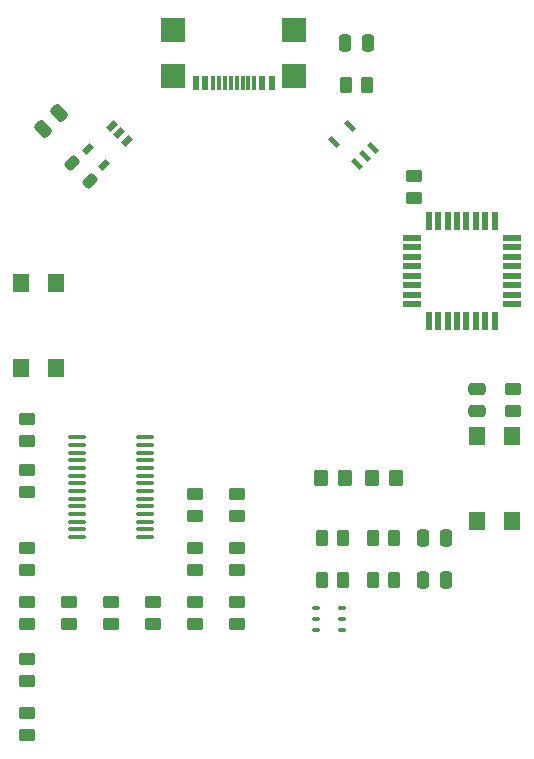
<source format=gtp>
%TF.GenerationSoftware,KiCad,Pcbnew,(6.0.2)*%
%TF.CreationDate,2022-04-01T16:02:14+02:00*%
%TF.ProjectId,rotarykeyboard,726f7461-7279-46b6-9579-626f6172642e,rev?*%
%TF.SameCoordinates,Original*%
%TF.FileFunction,Paste,Top*%
%TF.FilePolarity,Positive*%
%FSLAX46Y46*%
G04 Gerber Fmt 4.6, Leading zero omitted, Abs format (unit mm)*
G04 Created by KiCad (PCBNEW (6.0.2)) date 2022-04-01 16:02:14*
%MOMM*%
%LPD*%
G01*
G04 APERTURE LIST*
G04 Aperture macros list*
%AMRoundRect*
0 Rectangle with rounded corners*
0 $1 Rounding radius*
0 $2 $3 $4 $5 $6 $7 $8 $9 X,Y pos of 4 corners*
0 Add a 4 corners polygon primitive as box body*
4,1,4,$2,$3,$4,$5,$6,$7,$8,$9,$2,$3,0*
0 Add four circle primitives for the rounded corners*
1,1,$1+$1,$2,$3*
1,1,$1+$1,$4,$5*
1,1,$1+$1,$6,$7*
1,1,$1+$1,$8,$9*
0 Add four rect primitives between the rounded corners*
20,1,$1+$1,$2,$3,$4,$5,0*
20,1,$1+$1,$4,$5,$6,$7,0*
20,1,$1+$1,$6,$7,$8,$9,0*
20,1,$1+$1,$8,$9,$2,$3,0*%
%AMRotRect*
0 Rectangle, with rotation*
0 The origin of the aperture is its center*
0 $1 length*
0 $2 width*
0 $3 Rotation angle, in degrees counterclockwise*
0 Add horizontal line*
21,1,$1,$2,0,0,$3*%
G04 Aperture macros list end*
%ADD10RoundRect,0.250000X-0.450000X0.262500X-0.450000X-0.262500X0.450000X-0.262500X0.450000X0.262500X0*%
%ADD11RoundRect,0.250000X-0.475000X0.250000X-0.475000X-0.250000X0.475000X-0.250000X0.475000X0.250000X0*%
%ADD12RoundRect,0.250000X-0.250000X-0.475000X0.250000X-0.475000X0.250000X0.475000X-0.250000X0.475000X0*%
%ADD13R,0.609600X1.143000*%
%ADD14R,0.304800X1.143000*%
%ADD15R,2.159000X2.006600*%
%ADD16RoundRect,0.218750X0.424264X0.114905X0.114905X0.424264X-0.424264X-0.114905X-0.114905X-0.424264X0*%
%ADD17RoundRect,0.250000X0.159099X-0.512652X0.512652X-0.159099X-0.159099X0.512652X-0.512652X0.159099X0*%
%ADD18RoundRect,0.250000X-0.262500X-0.450000X0.262500X-0.450000X0.262500X0.450000X-0.262500X0.450000X0*%
%ADD19RoundRect,0.250000X0.350000X0.450000X-0.350000X0.450000X-0.350000X-0.450000X0.350000X-0.450000X0*%
%ADD20RotRect,0.914400X0.508000X225.000000*%
%ADD21R,1.400000X1.600000*%
%ADD22RoundRect,0.100000X-0.200000X0.100000X-0.200000X-0.100000X0.200000X-0.100000X0.200000X0.100000X0*%
%ADD23RoundRect,0.100000X-0.637500X-0.100000X0.637500X-0.100000X0.637500X0.100000X-0.637500X0.100000X0*%
%ADD24RotRect,1.003300X0.406400X315.000000*%
%ADD25R,0.550000X1.600000*%
%ADD26R,1.600000X0.550000*%
G04 APERTURE END LIST*
D10*
%TO.C,R205*%
X63754000Y-73509500D03*
X63754000Y-75334500D03*
%TD*%
D11*
%TO.C,C108*%
X101854000Y-70932000D03*
X101854000Y-72832000D03*
%TD*%
D10*
%TO.C,R214*%
X81542391Y-89003500D03*
X81542391Y-90828500D03*
%TD*%
D12*
%TO.C,C107*%
X97348000Y-87122000D03*
X99248000Y-87122000D03*
%TD*%
D13*
%TO.C,J301*%
X84480001Y-45018800D03*
X83680000Y-45018800D03*
D14*
X82530000Y-45018800D03*
X81530000Y-45018800D03*
X81030000Y-45018800D03*
X80030000Y-45018800D03*
D13*
X78880000Y-45018800D03*
X78080001Y-45018800D03*
D14*
X79530001Y-45018800D03*
X80529999Y-45018800D03*
X82030001Y-45018800D03*
X83029999Y-45018800D03*
D15*
X76170000Y-40513800D03*
X86390000Y-44443800D03*
X76170000Y-44443800D03*
X86390000Y-40513800D03*
%TD*%
D16*
%TO.C,L301*%
X69077301Y-53329301D03*
X67574699Y-51826699D03*
%TD*%
D17*
%TO.C,C303*%
X65114249Y-48931751D03*
X66457751Y-47588249D03*
%TD*%
D10*
%TO.C,R209*%
X67310000Y-89003500D03*
X67310000Y-90828500D03*
%TD*%
%TO.C,R105*%
X104902000Y-70969500D03*
X104902000Y-72794500D03*
%TD*%
%TO.C,R208*%
X63754000Y-84431500D03*
X63754000Y-86256500D03*
%TD*%
D18*
%TO.C,R101*%
X88749500Y-83566000D03*
X90574500Y-83566000D03*
%TD*%
D10*
%TO.C,R217*%
X70866000Y-89003500D03*
X70866000Y-90828500D03*
%TD*%
%TO.C,R207*%
X63754000Y-89003500D03*
X63754000Y-90828500D03*
%TD*%
D19*
%TO.C,R202*%
X94980000Y-78486000D03*
X92980000Y-78486000D03*
%TD*%
D10*
%TO.C,R212*%
X81542391Y-84431500D03*
X81542391Y-86256500D03*
%TD*%
%TO.C,R213*%
X77986391Y-84431500D03*
X77986391Y-86256500D03*
%TD*%
D19*
%TO.C,R201*%
X90662000Y-78486000D03*
X88662000Y-78486000D03*
%TD*%
D18*
%TO.C,R301*%
X90781500Y-45212000D03*
X92606500Y-45212000D03*
%TD*%
%TO.C,R103*%
X93067500Y-83566000D03*
X94892500Y-83566000D03*
%TD*%
D20*
%TO.C,U302*%
X72264367Y-49968711D03*
X71599828Y-49304172D03*
X70935289Y-48639633D03*
X68950653Y-50606309D03*
X70297691Y-51953347D03*
%TD*%
D21*
%TO.C,SW102*%
X66270000Y-69132000D03*
X66270000Y-61932000D03*
X63270000Y-69132000D03*
X63270000Y-61932000D03*
%TD*%
D22*
%TO.C,U201*%
X88224000Y-89474000D03*
X88224000Y-90424000D03*
X88224000Y-91374000D03*
X90424000Y-91374000D03*
X90424000Y-90424000D03*
X90424000Y-89474000D03*
%TD*%
D12*
%TO.C,C301*%
X90744000Y-41656000D03*
X92644000Y-41656000D03*
%TD*%
D10*
%TO.C,R215*%
X77986391Y-89003500D03*
X77986391Y-90828500D03*
%TD*%
%TO.C,R210*%
X81542391Y-79859500D03*
X81542391Y-81684500D03*
%TD*%
D23*
%TO.C,U203*%
X68011891Y-75023000D03*
X68011891Y-75673000D03*
X68011891Y-76323000D03*
X68011891Y-76973000D03*
X68011891Y-77623000D03*
X68011891Y-78273000D03*
X68011891Y-78923000D03*
X68011891Y-79573000D03*
X68011891Y-80223000D03*
X68011891Y-80873000D03*
X68011891Y-81523000D03*
X68011891Y-82173000D03*
X68011891Y-82823000D03*
X68011891Y-83473000D03*
X73736891Y-83473000D03*
X73736891Y-82823000D03*
X73736891Y-82173000D03*
X73736891Y-81523000D03*
X73736891Y-80873000D03*
X73736891Y-80223000D03*
X73736891Y-79573000D03*
X73736891Y-78923000D03*
X73736891Y-78273000D03*
X73736891Y-77623000D03*
X73736891Y-76973000D03*
X73736891Y-76323000D03*
X73736891Y-75673000D03*
X73736891Y-75023000D03*
%TD*%
D10*
%TO.C,R216*%
X74430391Y-89003500D03*
X74430391Y-90828500D03*
%TD*%
D18*
%TO.C,R104*%
X93067500Y-87122000D03*
X94892500Y-87122000D03*
%TD*%
D10*
%TO.C,R106*%
X96520000Y-52935500D03*
X96520000Y-54760500D03*
%TD*%
D12*
%TO.C,C106*%
X97348000Y-83566000D03*
X99248000Y-83566000D03*
%TD*%
D10*
%TO.C,R204*%
X63754000Y-93829500D03*
X63754000Y-95654500D03*
%TD*%
D21*
%TO.C,SW103*%
X104878000Y-82086000D03*
X104878000Y-74886000D03*
X101878000Y-82086000D03*
X101878000Y-74886000D03*
%TD*%
D18*
%TO.C,R102*%
X88749500Y-87122000D03*
X90574500Y-87122000D03*
%TD*%
D10*
%TO.C,R211*%
X77986391Y-79859500D03*
X77986391Y-81684500D03*
%TD*%
%TO.C,R203*%
X63754000Y-98401500D03*
X63754000Y-100226500D03*
%TD*%
D24*
%TO.C,U301*%
X91155326Y-48663880D03*
X89811880Y-50007326D03*
X91724674Y-51920120D03*
X92396397Y-51248397D03*
X93068120Y-50576674D03*
%TD*%
D10*
%TO.C,R206*%
X63754000Y-77827500D03*
X63754000Y-79652500D03*
%TD*%
D25*
%TO.C,U101*%
X103384000Y-56710000D03*
X102584000Y-56710000D03*
X101784000Y-56710000D03*
X100984000Y-56710000D03*
X100184000Y-56710000D03*
X99384000Y-56710000D03*
X98584000Y-56710000D03*
X97784000Y-56710000D03*
D26*
X96334000Y-58160000D03*
X96334000Y-58960000D03*
X96334000Y-59760000D03*
X96334000Y-60560000D03*
X96334000Y-61360000D03*
X96334000Y-62160000D03*
X96334000Y-62960000D03*
X96334000Y-63760000D03*
D25*
X97784000Y-65210000D03*
X98584000Y-65210000D03*
X99384000Y-65210000D03*
X100184000Y-65210000D03*
X100984000Y-65210000D03*
X101784000Y-65210000D03*
X102584000Y-65210000D03*
X103384000Y-65210000D03*
D26*
X104834000Y-63760000D03*
X104834000Y-62960000D03*
X104834000Y-62160000D03*
X104834000Y-61360000D03*
X104834000Y-60560000D03*
X104834000Y-59760000D03*
X104834000Y-58960000D03*
X104834000Y-58160000D03*
%TD*%
M02*

</source>
